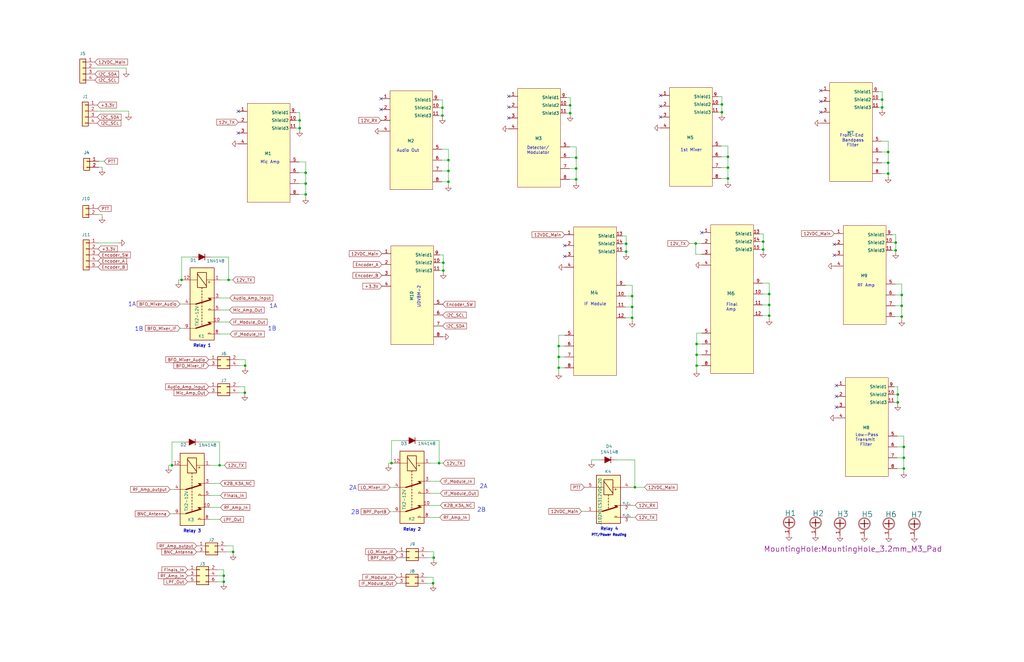
<source format=kicad_sch>
(kicad_sch (version 20211123) (generator eeschema)
  (paper "USLedger")
  (title_block (title "20-Meter Pssst Transceiver Motherboard") (date "2022-12-18") (comment 1 "Original design by Pete Juliano, N6QW"))
  (junction (at 264.033 102.87))
  (junction (at 321.818 105.283))
  (junction (at 94.361 242.951))
  (junction (at 266.573 124.968))
  (junction (at 128.905 77.47))
  (junction (at 324.358 128.651))
  (junction (at 72.517 196.342))
  (junction (at 371.983 42.037))
  (junction (at 306.959 75.311))
  (junction (at 235.585 155.194))
  (junction (at 377.698 105.664))
  (junction (at 186.563 45.466))
  (junction (at 76.581 118.11))
  (junction (at 306.959 66.167))
  (junction (at 128.905 72.898))
  (junction (at 377.698 102.362))
  (junction (at 186.944 110.871))
  (junction (at 378.587 166.497))
  (junction (at 103.251 165.735))
  (junction (at 321.818 101.981))
  (junction (at 293.751 149.733))
  (junction (at 240.411 44.45))
  (junction (at 235.585 150.622))
  (junction (at 324.358 133.223))
  (junction (at 94.361 245.491))
  (junction (at 186.944 114.173))
  (junction (at 264.033 106.172))
  (junction (at 266.573 134.112))
  (junction (at 189.103 76.708))
  (junction (at 374.523 68.707))
  (junction (at 380.238 133.604))
  (junction (at 381.127 197.739))
  (junction (at 240.411 47.752))
  (junction (at 182.626 246.126))
  (junction (at 293.751 145.161))
  (junction (at 381.127 188.595))
  (junction (at 185.166 195.453))
  (junction (at 371.983 45.339))
  (junction (at 381.127 193.167))
  (junction (at 186.563 48.768))
  (junction (at 304.419 47.371))
  (junction (at 189.103 72.136))
  (junction (at 165.1 195.453))
  (junction (at 242.951 66.548))
  (junction (at 126.365 54.102))
  (junction (at 92.583 196.342))
  (junction (at 380.238 129.032))
  (junction (at 374.523 64.135))
  (junction (at 189.103 67.564))
  (junction (at 266.573 129.54))
  (junction (at 378.587 169.799))
  (junction (at 242.951 71.12))
  (junction (at 242.951 75.692))
  (junction (at 293.751 154.305))
  (junction (at 380.238 124.46))
  (junction (at 126.365 50.8))
  (junction (at 304.419 44.069))
  (junction (at 306.959 70.739))
  (junction (at 235.585 146.05))
  (junction (at 98.298 232.918))
  (junction (at 182.88 235.331))
  (junction (at 293.37 102.743))
  (junction (at 96.393 118.11))
  (junction (at 267.716 205.613))
  (junction (at 374.523 73.279))
  (junction (at 324.358 124.079))
  (junction (at 103.378 154.305))
  (junction (at 128.905 82.042))
  (no_connect (at 351.79 107.696))
  (no_connect (at 351.79 103.124))
  (no_connect (at 346.075 38.227))
  (no_connect (at 346.075 47.371))
  (no_connect (at 346.075 42.799))
  (no_connect (at 278.511 40.259))
  (no_connect (at 278.511 44.831))
  (no_connect (at 278.511 49.403))
  (no_connect (at 214.503 40.64))
  (no_connect (at 214.503 45.212))
  (no_connect (at 214.503 49.784))
  (no_connect (at 295.91 98.171))
  (no_connect (at 238.125 103.632))
  (no_connect (at 238.125 108.204))
  (no_connect (at 100.457 56.134))
  (no_connect (at 100.457 46.99))
  (no_connect (at 352.679 171.831))
  (no_connect (at 352.679 162.687))
  (no_connect (at 352.679 167.259))
  (no_connect (at 160.655 41.656))
  (no_connect (at 160.655 46.228))
  (wire (pts (xy 169.926 185.928) (xy 165.1 185.928)))
  (wire (pts (xy 293.751 149.733) (xy 295.91 149.733)))
  (wire (pts (xy 238.887 41.148) (xy 240.411 41.148)))
  (wire (pts (xy 306.959 61.595) (xy 306.959 66.167)))
  (wire (pts (xy 378.587 163.195) (xy 378.587 166.497)))
  (wire (pts (xy 266.573 129.54) (xy 266.573 134.112)))
  (wire (pts (xy 94.361 242.951) (xy 94.361 245.491)))
  (wire (pts (xy 185.039 42.164) (xy 186.563 42.164)))
  (wire (pts (xy 185.42 110.871) (xy 186.944 110.871)))
  (wire (pts (xy 320.294 101.981) (xy 321.818 101.981)))
  (wire (pts (xy 185.166 195.453) (xy 186.817 195.453)))
  (wire (pts (xy 262.509 102.87) (xy 264.033 102.87)))
  (wire (pts (xy 189.103 67.564) (xy 189.103 72.136)))
  (wire (pts (xy 321.818 98.679) (xy 321.818 101.981)))
  (wire (pts (xy 103.251 165.735) (xy 103.251 166.497)))
  (wire (pts (xy 377.698 105.664) (xy 377.698 106.553)))
  (wire (pts (xy 235.585 146.05) (xy 238.125 146.05)))
  (wire (pts (xy 260.096 194.056) (xy 267.716 194.056)))
  (wire (pts (xy 72.517 196.342) (xy 71.12 196.342)))
  (wire (pts (xy 266.7 218.313) (xy 267.843 218.313)))
  (wire (pts (xy 182.88 232.791) (xy 182.88 235.331)))
  (wire (pts (xy 320.294 98.679) (xy 321.818 98.679)))
  (wire (pts (xy 321.564 128.651) (xy 324.358 128.651)))
  (wire (pts (xy 92.583 196.342) (xy 94.615 196.342)))
  (wire (pts (xy 377.698 102.362) (xy 377.698 105.664)))
  (wire (pts (xy 380.238 129.032) (xy 380.238 133.604)))
  (wire (pts (xy 238.887 47.752) (xy 240.411 47.752)))
  (wire (pts (xy 40.005 28.702) (xy 53.213 28.702)))
  (wire (pts (xy 94.361 245.491) (xy 94.361 246.253)))
  (wire (pts (xy 378.333 184.023) (xy 381.127 184.023)))
  (wire (pts (xy 242.951 71.12) (xy 242.951 75.692)))
  (wire (pts (xy 262.509 99.568) (xy 264.033 99.568)))
  (wire (pts (xy 186.563 48.768) (xy 186.563 49.657)))
  (wire (pts (xy 95.631 232.918) (xy 98.298 232.918)))
  (wire (pts (xy 377.063 163.195) (xy 378.587 163.195)))
  (wire (pts (xy 240.157 61.976) (xy 242.951 61.976)))
  (wire (pts (xy 377.698 99.06) (xy 377.698 102.362)))
  (wire (pts (xy 124.841 54.102) (xy 126.365 54.102)))
  (wire (pts (xy 185.42 114.173) (xy 186.944 114.173)))
  (wire (pts (xy 186.563 45.466) (xy 186.563 48.768)))
  (wire (pts (xy 177.546 185.928) (xy 185.166 185.928)))
  (wire (pts (xy 98.298 232.918) (xy 98.298 233.807)))
  (wire (pts (xy 381.127 193.167) (xy 381.127 197.739)))
  (wire (pts (xy 186.944 107.569) (xy 186.944 110.871)))
  (wire (pts (xy 377.444 124.46) (xy 380.238 124.46)))
  (wire (pts (xy 263.779 134.112) (xy 266.573 134.112)))
  (wire (pts (xy 180.086 246.126) (xy 182.626 246.126)))
  (wire (pts (xy 185.166 185.928) (xy 185.166 195.453)))
  (wire (pts (xy 77.216 186.563) (xy 72.517 186.563)))
  (wire (pts (xy 267.716 194.056) (xy 267.716 205.613)))
  (wire (pts (xy 304.419 40.767) (xy 304.419 44.069)))
  (wire (pts (xy 126.365 54.102) (xy 126.365 54.991)))
  (wire (pts (xy 377.444 119.888) (xy 380.238 119.888)))
  (wire (pts (xy 235.585 150.622) (xy 235.585 155.194)))
  (wire (pts (xy 377.444 129.032) (xy 380.238 129.032)))
  (wire (pts (xy 41.656 68.072) (xy 43.942 68.072)))
  (wire (pts (xy 91.821 240.411) (xy 94.361 240.411)))
  (wire (pts (xy 181.356 203.073) (xy 185.547 203.073)))
  (wire (pts (xy 126.111 72.898) (xy 128.905 72.898)))
  (wire (pts (xy 240.411 47.752) (xy 240.411 48.641)))
  (wire (pts (xy 165.1 195.453) (xy 163.83 195.453)))
  (wire (pts (xy 304.165 70.739) (xy 306.959 70.739)))
  (wire (pts (xy 128.905 68.326) (xy 128.905 72.898)))
  (wire (pts (xy 290.703 102.743) (xy 293.37 102.743)))
  (wire (pts (xy 100.711 163.195) (xy 103.251 163.195)))
  (wire (pts (xy 306.959 66.167) (xy 306.959 70.739)))
  (wire (pts (xy 180.213 235.331) (xy 182.88 235.331)))
  (wire (pts (xy 75.311 118.11) (xy 76.581 118.11)))
  (wire (pts (xy 302.895 44.069) (xy 304.419 44.069)))
  (wire (pts (xy 126.111 77.47) (xy 128.905 77.47)))
  (wire (pts (xy 164.465 205.613) (xy 165.989 205.613)))
  (wire (pts (xy 381.127 197.739) (xy 381.127 199.136)))
  (wire (pts (xy 324.358 124.079) (xy 324.358 128.651)))
  (wire (pts (xy 88.646 203.962) (xy 92.837 203.962)))
  (wire (pts (xy 304.165 61.595) (xy 306.959 61.595)))
  (wire (pts (xy 189.103 72.136) (xy 189.103 76.708)))
  (wire (pts (xy 242.951 61.976) (xy 242.951 66.548)))
  (wire (pts (xy 321.564 119.507) (xy 324.358 119.507)))
  (wire (pts (xy 180.086 243.586) (xy 182.626 243.586)))
  (wire (pts (xy 370.459 45.339) (xy 371.983 45.339)))
  (wire (pts (xy 380.238 133.604) (xy 380.238 135.001)))
  (wire (pts (xy 103.251 163.195) (xy 103.251 165.735)))
  (wire (pts (xy 88.9 108.458) (xy 96.393 108.458)))
  (wire (pts (xy 306.959 75.311) (xy 306.959 76.708)))
  (wire (pts (xy 235.585 155.194) (xy 238.125 155.194)))
  (wire (pts (xy 91.821 242.951) (xy 94.361 242.951)))
  (wire (pts (xy 92.837 130.81) (xy 96.774 130.81)))
  (wire (pts (xy 71.12 196.342) (xy 71.12 197.104)))
  (wire (pts (xy 189.103 76.708) (xy 189.103 78.105)))
  (wire (pts (xy 103.378 151.765) (xy 103.378 154.305)))
  (wire (pts (xy 321.564 124.079) (xy 324.358 124.079)))
  (wire (pts (xy 378.587 169.799) (xy 378.587 170.688)))
  (wire (pts (xy 374.523 73.279) (xy 374.523 74.676)))
  (wire (pts (xy 95.631 230.378) (xy 98.298 230.378)))
  (wire (pts (xy 189.103 62.992) (xy 189.103 67.564)))
  (wire (pts (xy 72.517 186.563) (xy 72.517 196.342)))
  (wire (pts (xy 378.333 193.167) (xy 381.127 193.167)))
  (wire (pts (xy 376.174 99.06) (xy 377.698 99.06)))
  (wire (pts (xy 376.174 105.664) (xy 377.698 105.664)))
  (wire (pts (xy 377.063 169.799) (xy 378.587 169.799)))
  (wire (pts (xy 41.275 90.551) (xy 43.053 90.551)))
  (wire (pts (xy 371.729 68.707) (xy 374.523 68.707)))
  (wire (pts (xy 370.459 38.735) (xy 371.983 38.735)))
  (wire (pts (xy 370.459 42.037) (xy 371.983 42.037)))
  (wire (pts (xy 180.213 232.791) (xy 182.88 232.791)))
  (wire (pts (xy 91.821 245.491) (xy 94.361 245.491)))
  (wire (pts (xy 320.294 105.283) (xy 321.818 105.283)))
  (wire (pts (xy 186.309 72.136) (xy 189.103 72.136)))
  (wire (pts (xy 249.428 194.056) (xy 249.428 194.818)))
  (wire (pts (xy 75.946 138.557) (xy 77.47 138.557)))
  (wire (pts (xy 264.033 102.87) (xy 264.033 106.172)))
  (wire (pts (xy 266.573 120.396) (xy 266.573 124.968)))
  (wire (pts (xy 235.585 141.478) (xy 235.585 146.05)))
  (wire (pts (xy 302.895 40.767) (xy 304.419 40.767)))
  (wire (pts (xy 163.83 195.453) (xy 163.83 196.215)))
  (wire (pts (xy 92.71 140.97) (xy 97.028 140.97)))
  (wire (pts (xy 321.818 105.283) (xy 321.818 106.172)))
  (wire (pts (xy 376.174 102.362) (xy 377.698 102.362)))
  (wire (pts (xy 75.311 118.11) (xy 75.311 118.872)))
  (wire (pts (xy 240.411 41.148) (xy 240.411 44.45)))
  (wire (pts (xy 103.378 154.305) (xy 103.378 155.194)))
  (wire (pts (xy 249.428 194.056) (xy 252.476 194.056)))
  (wire (pts (xy 293.37 102.743) (xy 295.91 102.743)))
  (wire (pts (xy 81.28 108.458) (xy 76.581 108.458)))
  (wire (pts (xy 92.837 125.73) (xy 96.901 125.73)))
  (wire (pts (xy 88.519 214.122) (xy 92.964 214.122)))
  (wire (pts (xy 181.229 218.313) (xy 185.42 218.313)))
  (wire (pts (xy 238.125 141.478) (xy 235.585 141.478)))
  (wire (pts (xy 293.751 149.733) (xy 293.751 154.305)))
  (wire (pts (xy 264.033 106.172) (xy 264.033 107.061)))
  (wire (pts (xy 235.585 150.622) (xy 238.125 150.622)))
  (wire (pts (xy 73.279 196.342) (xy 72.517 196.342)))
  (wire (pts (xy 324.358 133.223) (xy 324.358 134.62)))
  (wire (pts (xy 126.365 50.8) (xy 126.365 54.102)))
  (wire (pts (xy 100.711 154.305) (xy 103.378 154.305)))
  (wire (pts (xy 380.238 124.46) (xy 380.238 129.032)))
  (wire (pts (xy 185.039 45.466) (xy 186.563 45.466)))
  (wire (pts (xy 293.751 154.305) (xy 295.91 154.305)))
  (wire (pts (xy 242.951 75.692) (xy 242.951 77.089)))
  (wire (pts (xy 182.626 246.126) (xy 182.626 246.888)))
  (wire (pts (xy 41.021 46.863) (xy 54.229 46.863)))
  (wire (pts (xy 182.88 235.331) (xy 182.88 236.22)))
  (wire (pts (xy 371.729 73.279) (xy 374.523 73.279)))
  (wire (pts (xy 377.063 166.497) (xy 378.587 166.497)))
  (wire (pts (xy 54.229 46.863) (xy 54.229 48.133)))
  (wire (pts (xy 293.37 107.315) (xy 293.37 102.743)))
  (wire (pts (xy 304.419 44.069) (xy 304.419 47.371)))
  (wire (pts (xy 295.91 107.315) (xy 293.37 107.315)))
  (wire (pts (xy 381.127 188.595) (xy 381.127 193.167)))
  (wire (pts (xy 76.581 108.458) (xy 76.581 118.11)))
  (wire (pts (xy 240.157 75.692) (xy 242.951 75.692)))
  (wire (pts (xy 96.393 108.458) (xy 96.393 118.11)))
  (wire (pts (xy 374.523 68.707) (xy 374.523 73.279)))
  (wire (pts (xy 94.361 240.411) (xy 94.361 242.951)))
  (wire (pts (xy 185.039 48.768) (xy 186.563 48.768)))
  (wire (pts (xy 371.983 42.037) (xy 371.983 45.339)))
  (wire (pts (xy 96.393 118.11) (xy 98.171 118.11)))
  (wire (pts (xy 185.42 107.569) (xy 186.944 107.569)))
  (wire (pts (xy 371.729 64.135) (xy 374.523 64.135)))
  (wire (pts (xy 324.358 128.651) (xy 324.358 133.223)))
  (wire (pts (xy 181.356 208.153) (xy 185.674 208.153)))
  (wire (pts (xy 293.751 154.305) (xy 293.751 156.464)))
  (wire (pts (xy 267.716 205.613) (xy 271.78 205.613)))
  (wire (pts (xy 245.237 215.773) (xy 246.38 215.773)))
  (wire (pts (xy 126.111 82.042) (xy 128.905 82.042)))
  (wire (pts (xy 186.944 114.173) (xy 186.944 115.062)))
  (wire (pts (xy 128.905 82.042) (xy 128.905 83.439)))
  (wire (pts (xy 374.523 59.563) (xy 374.523 64.135)))
  (wire (pts (xy 381.127 184.023) (xy 381.127 188.595)))
  (wire (pts (xy 378.333 188.595) (xy 381.127 188.595)))
  (wire (pts (xy 371.729 59.563) (xy 374.523 59.563)))
  (wire (pts (xy 128.905 77.47) (xy 128.905 82.042)))
  (wire (pts (xy 181.229 213.233) (xy 185.674 213.233)))
  (wire (pts (xy 88.519 219.202) (xy 92.71 219.202)))
  (wire (pts (xy 126.111 68.326) (xy 128.905 68.326)))
  (wire (pts (xy 295.91 140.589) (xy 293.751 140.589)))
  (wire (pts (xy 263.779 129.54) (xy 266.573 129.54)))
  (wire (pts (xy 186.563 42.164) (xy 186.563 45.466)))
  (wire (pts (xy 242.951 66.548) (xy 242.951 71.12)))
  (wire (pts (xy 43.053 90.551) (xy 43.053 91.567)))
  (wire (pts (xy 186.309 76.708) (xy 189.103 76.708)))
  (wire (pts (xy 92.583 186.563) (xy 92.583 196.342)))
  (wire (pts (xy 84.836 186.563) (xy 92.583 186.563)))
  (wire (pts (xy 240.411 44.45) (xy 240.411 47.752)))
  (wire (pts (xy 371.983 38.735) (xy 371.983 42.037)))
  (wire (pts (xy 377.444 133.604) (xy 380.238 133.604)))
  (wire (pts (xy 235.585 146.05) (xy 235.585 150.622)))
  (wire (pts (xy 293.751 140.589) (xy 293.751 145.161)))
  (wire (pts (xy 53.213 28.702) (xy 53.213 29.972)))
  (wire (pts (xy 321.564 133.223) (xy 324.358 133.223)))
  (wire (pts (xy 71.755 216.789) (xy 73.279 216.789)))
  (wire (pts (xy 266.573 124.968) (xy 266.573 129.54)))
  (wire (pts (xy 324.358 119.507) (xy 324.358 124.079)))
  (wire (pts (xy 126.365 47.498) (xy 126.365 50.8)))
  (wire (pts (xy 266.573 134.112) (xy 266.573 135.509)))
  (wire (pts (xy 182.626 243.586) (xy 182.626 246.126)))
  (wire (pts (xy 235.585 155.194) (xy 235.585 157.353)))
  (wire (pts (xy 186.309 67.564) (xy 189.103 67.564)))
  (wire (pts (xy 165.989 195.453) (xy 165.1 195.453)))
  (wire (pts (xy 264.033 99.568) (xy 264.033 102.87)))
  (wire (pts (xy 98.298 230.378) (xy 98.298 232.918)))
  (wire (pts (xy 71.755 206.502) (xy 73.279 206.502)))
  (wire (pts (xy 100.711 165.735) (xy 103.251 165.735)))
  (wire (pts (xy 186.309 62.992) (xy 189.103 62.992)))
  (wire (pts (xy 304.419 47.371) (xy 304.419 48.26)))
  (wire (pts (xy 240.157 71.12) (xy 242.951 71.12)))
  (wire (pts (xy 186.944 110.871) (xy 186.944 114.173)))
  (wire (pts (xy 293.751 145.161) (xy 295.91 145.161)))
  (wire (pts (xy 302.895 47.371) (xy 304.419 47.371)))
  (wire (pts (xy 374.523 64.135) (xy 374.523 68.707)))
  (wire (pts (xy 76.581 118.11) (xy 77.47 118.11)))
  (wire (pts (xy 181.356 195.453) (xy 185.166 195.453)))
  (wire (pts (xy 88.646 209.042) (xy 92.964 209.042)))
  (wire (pts (xy 92.837 118.11) (xy 96.393 118.11)))
  (wire (pts (xy 124.841 47.498) (xy 126.365 47.498)))
  (wire (pts (xy 306.959 70.739) (xy 306.959 75.311)))
  (wire (pts (xy 263.779 120.396) (xy 266.573 120.396)))
  (wire (pts (xy 164.465 215.9) (xy 165.989 215.9)))
  (wire (pts (xy 266.7 205.613) (xy 267.716 205.613)))
  (wire (pts (xy 43.053 70.612) (xy 43.053 71.374)))
  (wire (pts (xy 92.71 135.89) (xy 96.774 135.89)))
  (wire (pts (xy 371.983 45.339) (xy 371.983 46.228)))
  (wire (pts (xy 263.779 124.968) (xy 266.573 124.968)))
  (wire (pts (xy 266.7 213.233) (xy 267.843 213.233)))
  (wire (pts (xy 378.333 197.739) (xy 381.127 197.739)))
  (wire (pts (xy 165.1 185.928) (xy 165.1 195.453)))
  (wire (pts (xy 293.751 145.161) (xy 293.751 149.733)))
  (wire (pts (xy 380.238 119.888) (xy 380.238 124.46)))
  (wire (pts (xy 240.157 66.548) (xy 242.951 66.548)))
  (wire (pts (xy 124.841 50.8) (xy 126.365 50.8)))
  (wire (pts (xy 41.402 102.489) (xy 50.038 102.489)))
  (wire (pts (xy 304.165 66.167) (xy 306.959 66.167)))
  (wire (pts (xy 238.887 44.45) (xy 240.411 44.45)))
  (wire (pts (xy 41.656 70.612) (xy 43.053 70.612)))
  (wire (pts (xy 262.509 106.172) (xy 264.033 106.172)))
  (wire (pts (xy 304.165 75.311) (xy 306.959 75.311)))
  (wire (pts (xy 75.946 128.27) (xy 77.47 128.27)))
  (wire (pts (xy 100.711 151.765) (xy 103.378 151.765)))
  (wire (pts (xy 128.905 72.898) (xy 128.905 77.47)))
  (wire (pts (xy 321.818 101.981) (xy 321.818 105.283)))
  (wire (pts (xy 378.587 166.497) (xy 378.587 169.799)))
  (wire (pts (xy 88.646 196.342) (xy 92.583 196.342)))
  (text "1B" (at 56.769 139.954 0) (effects (font (size 1.778 1.778)) (justify left bottom)))
  (text "Relay 3" (at 77.216 224.917 0) (effects (font (size 1.27 1.27) (thickness 0.254) bold) (justify left bottom)))
  (text "1B" (at 112.903 139.827 0) (effects (font (size 1.778 1.778)) (justify left bottom)))
  (text "2B" (at 201.168 216.281 0) (effects (font (size 1.778 1.778)) (justify left bottom)))
  (text "1st Mixer" (at 286.893 64.135 0) (effects (font (size 1.27 1.27)) (justify left bottom)))
  (text "2A" (at 202.184 206.375 0) (effects (font (size 1.778 1.778)) (justify left bottom)))
  (text "Front-End\n Bandpass\n   Filter" (at 354.076 62.103 0) (effects (font (size 1.27 1.27)) (justify left bottom)))
  (text "Audio Out" (at 167.259 64.389 0) (effects (font (size 1.27 1.27)) (justify left bottom)))
  (text "Relay 1" (at 81.407 146.685 0) (effects (font (size 1.27 1.27) (thickness 0.254) bold) (justify left bottom)))
  (text "PTT/Power Routing" (at 249.301 226.441 0) (effects (font (size 1.016 1.016) (thickness 0.254) bold) (justify left bottom)))
  (text "2B" (at 147.955 217.297 0) (effects (font (size 1.778 1.778)) (justify left bottom)))
  (text "Final\nAmp" (at 306.197 131.445 0) (effects (font (size 1.27 1.27)) (justify left bottom)))
  (text "Mic Amp" (at 109.728 69.215 0) (effects (font (size 1.27 1.27)) (justify left bottom)))
  (text "2A" (at 147.066 207.01 0) (effects (font (size 1.778 1.778)) (justify left bottom)))
  (text "Detector/\nModulator" (at 222.123 65.278 0) (effects (font (size 1.27 1.27)) (justify left bottom)))
  (text "UDVBM-2" (at 177.419 120.523 270) (effects (font (size 1.27 1.27)) (justify right bottom)))
  (text "RF Amp" (at 361.442 121.285 0) (effects (font (size 1.27 1.27)) (justify left bottom)))
  (text "Relay 4" (at 253.111 224.028 0) (effects (font (size 1.27 1.27) (thickness 0.254) bold) (justify left bottom)))
  (text "IF Module" (at 246.253 129.159 0) (effects (font (size 1.27 1.27)) (justify left bottom)))
  (text "Low-Pass\nTransmit\n  Filter" (at 360.68 188.468 0) (effects (font (size 1.27 1.27)) (justify left bottom)))
  (text "1A" (at 53.975 129.54 0) (effects (font (size 1.778 1.778)) (justify left bottom)))
  (text "Relay 2" (at 169.926 224.282 0) (effects (font (size 1.27 1.27) (thickness 0.254) bold) (justify left bottom)))
  (text "1A" (at 113.538 130.302 0) (effects (font (size 1.778 1.778)) (justify left bottom)))
  (global_label "RF_Amp_output" (shape input) (at 82.931 230.378 180) (property "Intersheet References" "${INTERSHEET_REFS}" (effects hide)))
  (global_label "BNC_Antenna" (shape input) (at 71.755 216.789 180) (property "Intersheet References" "${INTERSHEET_REFS}" (effects hide)))
  (global_label "PTT" (shape input) (at 43.942 68.072 0) (property "Intersheet References" "${INTERSHEET_REFS}" (effects hide)))
  (global_label "12V_TX" (shape input) (at 290.703 102.743 180) (property "Intersheet References" "${INTERSHEET_REFS}" (effects hide)))
  (global_label "Encoder_A" (shape input) (at 41.402 110.109 0) (property "Intersheet References" "${INTERSHEET_REFS}" (effects hide)))
  (global_label "+3.3V" (shape input) (at 161.036 120.777 180) (property "Intersheet References" "${INTERSHEET_REFS}" (effects hide)))
  (global_label "BFO_Mixer_IF" (shape input) (at 88.011 154.305 180) (property "Intersheet References" "${INTERSHEET_REFS}" (effects hide)))
  (global_label "PTT" (shape input) (at 41.275 88.011 0) (property "Intersheet References" "${INTERSHEET_REFS}" (effects hide)))
  (global_label "12VDC_Main" (shape input) (at 245.237 215.773 180) (property "Intersheet References" "${INTERSHEET_REFS}" (effects hide)))
  (global_label "12VDC_Main" (shape input) (at 40.005 26.162 0) (property "Intersheet References" "${INTERSHEET_REFS}" (effects hide)))
  (global_label "I2C_SDA" (shape input) (at 41.021 49.403 0) (property "Intersheet References" "${INTERSHEET_REFS}" (effects hide)))
  (global_label "LO_Mixer_IF" (shape input) (at 164.465 205.613 180) (property "Intersheet References" "${INTERSHEET_REFS}" (effects hide)))
  (global_label "IF_Module_In" (shape input) (at 167.386 243.586 180) (property "Intersheet References" "${INTERSHEET_REFS}" (effects hide)))
  (global_label "RF_Amp_In" (shape input) (at 92.964 214.122 0) (property "Intersheet References" "${INTERSHEET_REFS}" (effects hide)))
  (global_label "12V_TX" (shape input) (at 98.171 118.11 0) (property "Intersheet References" "${INTERSHEET_REFS}" (effects hide)))
  (global_label "12V_RX" (shape input) (at 160.655 50.8 180) (property "Intersheet References" "${INTERSHEET_REFS}" (effects hide)))
  (global_label "K2B_K3A_NC" (shape input) (at 185.674 213.233 0) (property "Intersheet References" "${INTERSHEET_REFS}" (effects hide)))
  (global_label "RF_Amp_In" (shape input) (at 79.121 242.951 180) (property "Intersheet References" "${INTERSHEET_REFS}" (effects hide)))
  (global_label "12VDC_Main" (shape input) (at 271.78 205.613 0) (property "Intersheet References" "${INTERSHEET_REFS}" (effects hide)))
  (global_label "BPF_PortB" (shape input) (at 167.513 235.331 180) (property "Intersheet References" "${INTERSHEET_REFS}" (effects hide)))
  (global_label "+3.3V" (shape input) (at 41.021 44.323 0) (property "Intersheet References" "${INTERSHEET_REFS}" (effects hide)))
  (global_label "BNC_Antenna" (shape input) (at 82.931 232.918 180) (property "Intersheet References" "${INTERSHEET_REFS}" (effects hide)))
  (global_label "12VDC_Main" (shape input) (at 238.125 99.06 180) (property "Intersheet References" "${INTERSHEET_REFS}" (effects hide)))
  (global_label "Audio_Amp_input" (shape input) (at 96.901 125.73 0) (property "Intersheet References" "${INTERSHEET_REFS}" (effects hide)))
  (global_label "Encoder_SW" (shape input) (at 186.69 128.397 0) (property "Intersheet References" "${INTERSHEET_REFS}" (effects hide)))
  (global_label "Finals_In" (shape input) (at 79.121 240.411 180) (property "Intersheet References" "${INTERSHEET_REFS}" (effects hide)))
  (global_label "Finals_In" (shape input) (at 92.964 209.042 0) (property "Intersheet References" "${INTERSHEET_REFS}" (effects hide)))
  (global_label "BFO_Mixer_Audio" (shape input) (at 88.011 151.765 180) (property "Intersheet References" "${INTERSHEET_REFS}" (effects hide)))
  (global_label "RF_Amp_In" (shape input) (at 185.42 218.313 0) (property "Intersheet References" "${INTERSHEET_REFS}" (effects hide)))
  (global_label "Mic_Amp_Out" (shape input) (at 96.774 130.81 0) (property "Intersheet References" "${INTERSHEET_REFS}" (effects hide)))
  (global_label "I2C_SDA" (shape input) (at 40.005 31.242 0) (property "Intersheet References" "${INTERSHEET_REFS}" (effects hide)))
  (global_label "I2C_SCL" (shape input) (at 186.69 132.969 0) (property "Intersheet References" "${INTERSHEET_REFS}" (effects hide)))
  (global_label "I2C_SDA" (shape input) (at 186.69 137.541 0) (property "Intersheet References" "${INTERSHEET_REFS}" (effects hide)))
  (global_label "12V_RX" (shape input) (at 267.843 213.233 0) (property "Intersheet References" "${INTERSHEET_REFS}" (effects hide)))
  (global_label "Encoder_A" (shape input) (at 161.036 111.633 180) (property "Intersheet References" "${INTERSHEET_REFS}" (effects hide)))
  (global_label "K2B_K3A_NC" (shape input) (at 92.837 203.962 0) (property "Intersheet References" "${INTERSHEET_REFS}" (effects hide)))
  (global_label "+3.3V" (shape input) (at 41.402 105.029 0) (property "Intersheet References" "${INTERSHEET_REFS}" (effects hide)))
  (global_label "Encoder_B" (shape input) (at 161.036 116.205 180) (property "Intersheet References" "${INTERSHEET_REFS}" (effects hide)))
  (global_label "BPF_PortB" (shape input) (at 164.465 215.9 180) (property "Intersheet References" "${INTERSHEET_REFS}" (effects hide)))
  (global_label "12VDC_Main" (shape input) (at 351.79 98.552 180) (property "Intersheet References" "${INTERSHEET_REFS}" (effects hide)))
  (global_label "Encoder_B" (shape input) (at 41.402 112.649 0) (property "Intersheet References" "${INTERSHEET_REFS}" (effects hide)))
  (global_label "IF_Module_In" (shape input) (at 97.028 140.97 0) (property "Intersheet References" "${INTERSHEET_REFS}" (effects hide)))
  (global_label "IF_Module_Out" (shape input) (at 167.386 246.126 180) (property "Intersheet References" "${INTERSHEET_REFS}" (effects hide)))
  (global_label "Mic_Amp_Out" (shape input) (at 88.011 165.735 180) (property "Intersheet References" "${INTERSHEET_REFS}" (effects hide)))
  (global_label "RF_Amp_output" (shape input) (at 71.755 206.502 180) (property "Intersheet References" "${INTERSHEET_REFS}" (effects hide)))
  (global_label "Encoder_SW" (shape input) (at 41.402 107.569 0) (property "Intersheet References" "${INTERSHEET_REFS}" (effects hide)))
  (global_label "LO_Mixer_IF" (shape input) (at 167.513 232.791 180) (property "Intersheet References" "${INTERSHEET_REFS}" (effects hide)))
  (global_label "IF_Module_In" (shape input) (at 185.547 203.073 0) (property "Intersheet References" "${INTERSHEET_REFS}" (effects hide)))
  (global_label "12V_TX" (shape input) (at 100.457 51.562 180) (property "Intersheet References" "${INTERSHEET_REFS}" (effects hide)))
  (global_label "I2C_SCL" (shape input) (at 41.021 51.943 0) (property "Intersheet References" "${INTERSHEET_REFS}" (effects hide)))
  (global_label "BFO_Mixer_Audio" (shape input) (at 75.946 128.27 180) (property "Intersheet References" "${INTERSHEET_REFS}" (effects hide)))
  (global_label "12V_TX" (shape input) (at 267.843 218.313 0) (property "Intersheet References" "${INTERSHEET_REFS}" (effects hide)))
  (global_label "IF_Module_Out" (shape input) (at 96.774 135.89 0) (property "Intersheet References" "${INTERSHEET_REFS}" (effects hide)))
  (global_label "LPF_Out" (shape input) (at 79.121 245.491 180) (property "Intersheet References" "${INTERSHEET_REFS}" (effects hide)))
  (global_label "Audio_Amp_input" (shape input) (at 88.011 163.195 180) (property "Intersheet References" "${INTERSHEET_REFS}" (effects hide)))
  (global_label "12V_TX" (shape input) (at 186.817 195.453 0) (property "Intersheet References" "${INTERSHEET_REFS}" (effects hide)))
  (global_label "PTT" (shape input) (at 246.38 205.613 180) (property "Intersheet References" "${INTERSHEET_REFS}" (effects hide)))
  (global_label "BFO_Mixer_IF" (shape input) (at 75.946 138.557 180) (property "Intersheet References" "${INTERSHEET_REFS}" (effects hide)))
  (global_label "IF_Module_Out" (shape input) (at 185.674 208.153 0) (property "Intersheet References" "${INTERSHEET_REFS}" (effects hide)))
  (global_label "LPF_Out" (shape input) (at 92.71 219.202 0) (property "Intersheet References" "${INTERSHEET_REFS}" (effects hide)))
  (global_label "I2C_SCL" (shape input) (at 40.005 33.782 0) (property "Intersheet References" "${INTERSHEET_REFS}" (effects hide)))
  (global_label "12VDC_Main" (shape input) (at 161.036 107.061 180) (property "Intersheet References" "${INTERSHEET_REFS}" (effects hide)))
  (global_label "12V_TX" (shape input) (at 94.615 196.342 0) (property "Intersheet References" "${INTERSHEET_REFS}" (effects hide)))
  (symbol (lib_id "power:GND") (at 94.361 246.253 0) (unit 1)
    (property "Reference" "#PWR0123" (effects hide))
    (property "Value" "GND" (effects hide))
  )
  (symbol (lib_id "K7TFC_Connectors:Conn_01x02") (at 36.576 68.072 0) (mirror y) (unit 1)
    (property "Reference" "J4" (at 36.576 64.389 0))
    (property "Value" "Conn_01x02" (effects hide))
    (property "Footprint" "Connector_PinHeader_2.54mm:PinHeader_1x02_P2.54mm_Vertical" (effects hide))
  )
  (symbol (lib_id "K7TFC:StandardModule_2") (at 306.07 120.777 0) (unit 1)
    (property "Reference" "M6" (at 308.229 123.825 0) (effects (font (size 1.524 1.524))))
    (property "Value" "StandardModule_2" (effects hide))
    (property "Footprint" "K7TFC_Modules:K7TFC_CircuitBlock_Module2" (effects hide))
  )
  (symbol (lib_id "power:GND") (at 278.511 53.975 270) (unit 1)
    (property "Reference" "#PWR020" (effects hide))
    (property "Value" "GND" (effects hide))
  )
  (symbol (lib_id "K7TFC_Diodes:D") (at 173.736 185.928 180) (unit 1)
    (property "Reference" "D3" (at 170.307 187.198 0))
    (property "Value" "1N4148" (at 179.959 187.198 0))
    (property "Footprint" "Diode_THT:D_DO-35_SOD27_P7.62mm_Horizontal" (effects hide))
  )
  (symbol (lib_id "power:GND") (at 182.88 236.22 0) (unit 1)
    (property "Reference" "#PWR0126" (effects hide))
    (property "Value" "GND" (effects hide))
  )
  (symbol (lib_id "power:GND") (at 126.365 54.991 0) (unit 1)
    (property "Reference" "#PWR0141" (effects hide))
    (property "Value" "GND" (effects hide))
  )
  (symbol (lib_id "K7TFC:StandardModule_1") (at 170.815 64.262 0) (unit 1)
    (property "Reference" "M2" (at 173.228 59.436 0))
    (property "Value" "StandardModule_1" (effects hide))
    (property "Footprint" "K7TFC_Modules:K7TFC_CircuitBlock_Module1" (effects hide))
  )
  (symbol (lib_id "power:GND") (at 71.12 197.104 0) (unit 1)
    (property "Reference" "#PWR0102" (effects hide))
    (property "Value" "GND" (effects hide))
  )
  (symbol (lib_id "power:GND") (at 160.655 55.372 270) (unit 1)
    (property "Reference" "#PWR07" (effects hide))
    (property "Value" "GND" (effects hide))
  )
  (symbol (lib_id "power:GND") (at 380.238 135.001 0) (unit 1)
    (property "Reference" "#PWR0109" (effects hide))
    (property "Value" "GND" (effects hide))
  )
  (symbol (lib_id "power:GND") (at 100.457 60.706 270) (unit 1)
    (property "Reference" "#PWR02" (effects hide))
    (property "Value" "GND" (effects hide))
  )
  (symbol (lib_id "power:GND") (at 182.626 246.888 0) (unit 1)
    (property "Reference" "#PWR0125" (effects hide))
    (property "Value" "GND" (effects hide))
  )
  (symbol (lib_name "Mounting_Hole_4-40_5") (lib_id "K7TFC_Hardware:Mounting_Hole_4-40") (at 374.777 220.98 0) (unit 1)
    (property "Reference" "H6" (at 373.253 217.043 0) (effects (font (size 2.286 2.286)) (justify left)))
    (property "Value" "Mounting_Hole_4-40" (effects hide))
    (property "Footprint" "MountingHole:MountingHole_3.2mm_M3_Pad" (effects hide))
  )
  (symbol (lib_id "power:GND") (at 371.983 46.228 0) (unit 1)
    (property "Reference" "#PWR0140" (effects hide))
    (property "Value" "GND" (effects hide))
  )
  (symbol (lib_id "power:GND") (at 304.419 48.26 0) (unit 1)
    (property "Reference" "#PWR0137" (effects hide))
    (property "Value" "GND" (effects hide))
  )
  (symbol (lib_id "power:GND") (at 50.038 102.489 90) (unit 1)
    (property "Reference" "#PWR0111" (effects hide))
    (property "Value" "GND" (effects hide))
  )
  (symbol (lib_id "power:GND") (at 351.79 112.268 270) (unit 1)
    (property "Reference" "#PWR031" (effects hide))
    (property "Value" "GND" (effects hide))
  )
  (symbol (lib_id "power:GND") (at 43.053 91.567 0) (unit 1)
    (property "Reference" "#PWR0127" (effects hide))
    (property "Value" "GND" (effects hide))
  )
  (symbol (lib_id "K7TFC:TX2-12V") (at 82.296 131.191 0) (unit 1)
    (property "Reference" "K1" (at 84.963 141.859 0))
    (property "Value" "TX2-12V" (at 83.058 133.35 90))
    (property "Footprint" "K7TFC:RELAY_TX2_PAN" (effects hide))
  )
  (symbol (lib_id "power:GND") (at 103.251 166.497 0) (unit 1)
    (property "Reference" "#PWR0121" (effects hide))
    (property "Value" "GND" (effects hide))
  )
  (symbol (lib_id "K7TFC_Connectors:Conn_01x02") (at 36.195 88.011 0) (mirror y) (unit 1)
    (property "Reference" "J10" (at 36.195 83.82 0))
    (property "Value" "Conn_01x02" (effects hide))
    (property "Footprint" "Connector_PinHeader_2.54mm:PinHeader_1x02_P2.54mm_Vertical" (effects hide))
  )
  (symbol (lib_name "Mounting_Hole_4-40_6") (lib_id "K7TFC_Hardware:Mounting_Hole_4-40") (at 385.572 221.107 0) (unit 1)
    (property "Reference" "H7" (at 384.048 217.17 0) (effects (font (size 2.286 2.286)) (justify left)))
    (property "Value" "Mounting_Hole_4-40" (effects hide))
    (property "Footprint" "MountingHole:MountingHole_3.2mm_M3_Pad" (effects hide))
  )
  (symbol (lib_id "power:GND") (at 374.523 74.676 0) (unit 1)
    (property "Reference" "#PWR0106" (effects hide))
    (property "Value" "GND" (effects hide))
  )
  (symbol (lib_id "power:GND") (at 321.818 106.172 0) (unit 1)
    (property "Reference" "#PWR0139" (effects hide))
    (property "Value" "GND" (effects hide))
  )
  (symbol (lib_id "K7TFC_Diodes:D") (at 85.09 108.458 180) (unit 1)
    (property "Reference" "D1" (at 81.534 109.855 0))
    (property "Value" "1N4148" (at 90.932 110.109 0))
    (property "Footprint" "Diode_THT:D_DO-35_SOD27_P7.62mm_Horizontal" (effects hide))
  )
  (symbol (lib_id "power:GND") (at 385.572 226.187 0) (unit 1)
    (property "Reference" "#PWR0130" (effects hide))
    (property "Value" "GND" (effects hide))
  )
  (symbol (lib_id "Connector_Generic:Conn_02x02_Odd_Even") (at 93.091 151.765 0) (unit 1)
    (property "Reference" "J6" (at 94.361 149.225 0))
    (property "Value" "Conn_02x02_Odd_Even" (effects hide))
    (property "Footprint" "K7TFC:RG274_2x2_HS" (effects hide))
  )
  (symbol (lib_name "Mounting_Hole_4-40_2") (lib_id "K7TFC_Hardware:Mounting_Hole_4-40") (at 354.203 220.853 0) (unit 1)
    (property "Reference" "H3" (at 352.933 216.916 0) (effects (font (size 2.286 2.286)) (justify left)))
    (property "Value" "Mounting_Hole_4-40" (effects hide))
    (property "Footprint" "MountingHole:MountingHole_3.2mm_M3_Pad" (effects hide))
  )
  (symbol (lib_id "Connector_Generic:Conn_02x02_Odd_Even") (at 172.466 243.586 0) (unit 1)
    (property "Reference" "J8" (at 173.736 241.046 0))
    (property "Value" "Conn_02x02_Odd_Even" (effects hide))
    (property "Footprint" "K7TFC:RG274_2x2_HS" (effects hide))
  )
  (symbol (lib_id "Connector_Generic:Conn_02x02_Odd_Even") (at 88.011 230.378 0) (unit 1)
    (property "Reference" "J2" (at 89.154 227.838 0))
    (property "Value" "Conn_02x02_Odd_Even" (effects hide))
    (property "Footprint" "K7TFC:RG274_2x2_HS" (effects hide))
  )
  (symbol (lib_name "StandardModule_1_5") (lib_id "K7TFC:StandardModule_1") (at 362.839 185.293 0) (unit 1)
    (property "Reference" "M8" (at 365.252 180.467 0))
    (property "Value" "StandardModule_1" (effects hide))
    (property "Footprint" "K7TFC_Modules:K7TFC_CircuitBlock_Module1" (effects hide))
  )
  (symbol (lib_id "power:GND") (at 293.751 156.464 0) (unit 1)
    (property "Reference" "#PWR022" (effects hide))
    (property "Value" "GND" (effects hide))
  )
  (symbol (lib_name "Mounting_Hole_4-40_3") (lib_id "K7TFC_Hardware:Mounting_Hole_4-40") (at 343.916 220.599 0) (unit 1)
    (property "Reference" "H2" (at 342.519 216.662 0) (effects (font (size 2.286 2.286)) (justify left)))
    (property "Value" "Mounting_Hole_4-40" (effects hide))
    (property "Footprint" "MountingHole:MountingHole_3.2mm_M3_Pad" (effects hide))
  )
  (symbol (lib_id "Connector_Generic:Conn_01x04") (at 35.941 46.863 0) (mirror y) (unit 1)
    (property "Reference" "J1" (at 35.941 40.767 0))
    (property "Value" "Conn_01x04" (effects hide))
    (property "Footprint" "Connector_PinHeader_2.54mm:PinHeader_1x04_P2.54mm_Vertical" (effects hide))
  )
  (symbol (lib_id "power:GND") (at 332.74 225.552 0) (unit 1)
    (property "Reference" "#PWR0118" (effects hide))
    (property "Value" "GND" (effects hide))
  )
  (symbol (lib_id "K7TFC_Diodes:D") (at 256.286 194.056 180) (unit 1)
    (property "Reference" "D4" (at 256.794 188.341 0))
    (property "Value" "1N4148" (at 256.921 190.754 0))
    (property "Footprint" "Diode_THT:D_DO-35_SOD27_P7.62mm_Horizontal" (effects hide))
  )
  (symbol (lib_id "K7TFC_Diodes:D") (at 81.026 186.563 180) (unit 1)
    (property "Reference" "D2" (at 77.343 187.706 0))
    (property "Value" "1N4148" (at 87.503 187.833 0))
    (property "Footprint" "Diode_THT:D_DO-35_SOD27_P7.62mm_Horizontal" (effects hide))
  )
  (symbol (lib_id "Connector_Generic:Conn_02x02_Odd_Even") (at 172.593 232.791 0) (unit 1)
    (property "Reference" "J9" (at 173.863 229.616 0))
    (property "Value" "Conn_02x02_Odd_Even" (effects hide))
    (property "Footprint" "K7TFC:RG274_2x2_HS" (effects hide))
  )
  (symbol (lib_name "Mounting_Hole_4-40_1") (lib_id "K7TFC_Hardware:Mounting_Hole_4-40") (at 332.74 220.472 0) (unit 1)
    (property "Reference" "H1" (at 330.835 216.535 0) (effects (font (size 2.286 2.286)) (justify left)))
    (property "Value" "Mounting_Hole_4-40" (effects hide))
    (property "Footprint" "MountingHole:MountingHole_3.2mm_M3_Pad" (at 359.664 231.648 0) (effects (font (size 2.286 2.286))))
  )
  (symbol (lib_id "Connector_Generic:Conn_01x04") (at 34.925 28.702 0) (mirror y) (unit 1)
    (property "Reference" "J5" (at 34.925 22.606 0))
    (property "Value" "Conn_01x04" (effects hide))
    (property "Footprint" "Connector_PinHeader_2.54mm:PinHeader_1x04_P2.54mm_Vertical" (effects hide))
  )
  (symbol (lib_id "power:GND") (at 306.959 76.708 0) (unit 1)
    (property "Reference" "#PWR0115" (effects hide))
    (property "Value" "GND" (effects hide))
  )
  (symbol (lib_id "power:GND") (at 343.916 225.679 0) (unit 1)
    (property "Reference" "#PWR0133" (effects hide))
    (property "Value" "GND" (effects hide))
  )
  (symbol (lib_id "power:GND") (at 346.075 51.943 270) (unit 1)
    (property "Reference" "#PWR0107" (effects hide))
    (property "Value" "GND" (effects hide))
  )
  (symbol (lib_id "power:GND") (at 377.698 106.553 0) (unit 1)
    (property "Reference" "#PWR0134" (effects hide))
    (property "Value" "GND" (effects hide))
  )
  (symbol (lib_id "power:GND") (at 249.428 194.818 0) (unit 1)
    (property "Reference" "#PWR0104" (effects hide))
    (property "Value" "GND" (effects hide))
  )
  (symbol (lib_name "TX2-12V_1") (lib_id "K7TFC:TX2-12V") (at 78.105 209.423 0) (unit 1)
    (property "Reference" "K3" (at 80.518 219.329 0))
    (property "Value" "TX2-12V" (at 78.613 211.455 90))
    (property "Footprint" "K7TFC:RELAY_TX2_PAN" (effects hide))
  )
  (symbol (lib_name "StandardModule_2_1") (lib_id "K7TFC:StandardModule_2") (at 248.285 121.666 0) (unit 1)
    (property "Reference" "M4" (at 250.571 123.571 0) (effects (font (size 1.524 1.524))))
    (property "Value" "StandardModule_2" (effects hide))
    (property "Footprint" "K7TFC_Modules:K7TFC_CircuitBlock_Module2" (effects hide))
  )
  (symbol (lib_id "power:GND") (at 266.573 135.509 0) (unit 1)
    (property "Reference" "#PWR0116" (effects hide))
    (property "Value" "GND" (effects hide))
  )
  (symbol (lib_id "power:GND") (at 378.587 170.688 0) (unit 1)
    (property "Reference" "#PWR0138" (effects hide))
    (property "Value" "GND" (effects hide))
  )
  (symbol (lib_id "power:GND") (at 75.311 118.872 0) (unit 1)
    (property "Reference" "#PWR0101" (effects hide))
    (property "Value" "GND" (effects hide))
  )
  (symbol (lib_name "TX2-12V_2") (lib_id "K7TFC:TX2-12V") (at 170.815 208.534 0) (unit 1)
    (property "Reference" "K2" (at 173.609 218.948 0))
    (property "Value" "TX2-12V" (at 170.434 210.82 90))
    (property "Footprint" "K7TFC:RELAY_TX2_PAN" (effects hide))
  )
  (symbol (lib_id "power:GND") (at 163.83 196.215 0) (unit 1)
    (property "Reference" "#PWR0103" (effects hide))
    (property "Value" "GND" (effects hide))
  )
  (symbol (lib_id "power:GND") (at 53.213 29.972 0) (unit 1)
    (property "Reference" "#PWR0108" (effects hide))
    (property "Value" "GND" (effects hide))
  )
  (symbol (lib_id "power:GND") (at 235.585 157.353 0) (unit 1)
    (property "Reference" "#PWR016" (effects hide))
    (property "Value" "GND" (effects hide))
  )
  (symbol (lib_id "power:GND") (at 295.91 111.887 270) (unit 1)
    (property "Reference" "#PWR024" (effects hide))
    (property "Value" "GND" (effects hide))
  )
  (symbol (lib_id "power:GND") (at 43.053 71.374 0) (unit 1)
    (property "Reference" "#PWR0114" (effects hide))
    (property "Value" "GND" (effects hide))
  )
  (symbol (lib_id "power:GND") (at 264.033 107.061 0) (unit 1)
    (property "Reference" "#PWR0135" (effects hide))
    (property "Value" "GND" (effects hide))
  )
  (symbol (lib_id "K7TFC:T81N5D312-12") (at 255.27 211.963 0) (unit 1)
    (property "Reference" "K4" (at 256.413 199.009 0))
    (property "Value" "J102K1CS312VDC.20" (at 252.984 211.709 90))
    (property "Footprint" "K7TFC:J102K-1C" (effects hide))
  )
  (symbol (lib_id "power:GND") (at 240.411 48.641 0) (unit 1)
    (property "Reference" "#PWR0136" (effects hide))
    (property "Value" "GND" (effects hide))
  )
  (symbol (lib_name "StandardModule_1_7") (lib_id "K7TFC:StandardModule_1") (at 171.196 129.667 0) (unit 1)
    (property "Reference" "M10" (at 173.609 124.841 90))
    (property "Value" "StandardModule_1" (effects hide))
    (property "Footprint" "K7TFC_Modules:K7TFC_CircuitBlock_Module1" (effects hide))
  )
  (symbol (lib_id "Connector_Generic:Conn_02x02_Odd_Even") (at 93.091 163.195 0) (unit 1)
    (property "Reference" "J7" (at 94.361 160.655 0))
    (property "Value" "Conn_02x02_Odd_Even" (effects hide))
    (property "Footprint" "K7TFC:RG274_2x2_HS" (effects hide))
  )
  (symbol (lib_id "power:GND") (at 354.203 225.933 0) (unit 1)
    (property "Reference" "#PWR0131" (effects hide))
    (property "Value" "GND" (effects hide))
  )
  (symbol (lib_id "power:GND") (at 128.905 83.439 0) (unit 1)
    (property "Reference" "#PWR05" (effects hide))
    (property "Value" "GND" (effects hide))
  )
  (symbol (lib_id "power:GND") (at 189.103 78.105 0) (unit 1)
    (property "Reference" "#PWR0117" (effects hide))
    (property "Value" "GND" (effects hide))
  )
  (symbol (lib_id "K7TFC_Connectors:Conn_02x03_Odd_Even") (at 84.201 242.951 0) (unit 1)
    (property "Reference" "J3" (at 85.344 237.998 0))
    (property "Value" "Conn_02x03_Odd_Even" (effects hide))
    (property "Footprint" "K7TFC:RG274_2x3_HS" (effects hide))
  )
  (symbol (lib_id "power:GND") (at 186.563 49.657 0) (unit 1)
    (property "Reference" "#PWR0142" (effects hide))
    (property "Value" "GND" (effects hide))
  )
  (symbol (lib_id "power:GND") (at 364.49 226.06 0) (unit 1)
    (property "Reference" "#PWR0128" (effects hide))
    (property "Value" "GND" (effects hide))
  )
  (symbol (lib_id "power:GND") (at 381.127 199.136 0) (unit 1)
    (property "Reference" "#PWR0110" (effects hide))
    (property "Value" "GND" (effects hide))
  )
  (symbol (lib_id "power:GND") (at 103.378 155.194 0) (unit 1)
    (property "Reference" "#PWR0120" (effects hide))
    (property "Value" "GND" (effects hide))
  )
  (symbol (lib_id "power:GND") (at 352.679 176.403 270) (mirror x) (unit 1)
    (property "Reference" "#PWR029" (effects hide))
    (property "Value" "GND" (effects hide))
  )
  (symbol (lib_id "power:GND") (at 186.944 115.062 0) (unit 1)
    (property "Reference" "#PWR0143" (effects hide))
    (property "Value" "GND" (effects hide))
  )
  (symbol (lib_name "StandardModule_1_4") (lib_id "K7TFC:StandardModule_1") (at 224.663 63.246 0) (unit 1)
    (property "Reference" "M3" (at 227.076 58.42 0))
    (property "Value" "StandardModule_1" (effects hide))
    (property "Footprint" "K7TFC_Modules:K7TFC_CircuitBlock_Half_Module1" (effects hide))
  )
  (symbol (lib_name "StandardModule_1_2") (lib_id "K7TFC:StandardModule_1") (at 356.235 60.833 0) (unit 1)
    (property "Reference" "M7" (at 358.648 56.007 0))
    (property "Value" "StandardModule_1" (effects hide))
    (property "Footprint" "K7TFC_Modules:K7TFC_CircuitBlock_Module1" (effects hide))
  )
  (symbol (lib_id "power:GND") (at 242.951 77.089 0) (unit 1)
    (property "Reference" "#PWR0105" (effects hide))
    (property "Value" "GND" (effects hide))
  )
  (symbol (lib_id "power:GND") (at 54.229 48.133 0) (unit 1)
    (property "Reference" "#PWR0124" (effects hide))
    (property "Value" "GND" (effects hide))
  )
  (symbol (lib_name "StandardModule_1_3") (lib_id "K7TFC:StandardModule_1") (at 288.671 62.865 0) (unit 1)
    (property "Reference" "M5" (at 291.084 58.039 0))
    (property "Value" "StandardModule_1" (effects hide))
    (property "Footprint" "K7TFC_Modules:K7TFC_CircuitBlock_Half_Module1" (effects hide))
  )
  (symbol (lib_id "K7TFC_Hardware:Mounting_Hole_4-40") (at 364.49 220.98 0) (unit 1)
    (property "Reference" "H5" (at 363.22 217.043 0) (effects (font (size 2.286 2.286)) (justify left)))
    (property "Value" "Mounting_Hole_4-40" (effects hide))
    (property "Footprint" "MountingHole:MountingHole_3.2mm_M3_Pad" (effects hide))
  )
  (symbol (lib_id "power:GND") (at 98.298 233.807 0) (unit 1)
    (property "Reference" "#PWR0122" (effects hide))
    (property "Value" "GND" (effects hide))
  )
  (symbol (lib_name "StandardModule_1_6") (lib_id "K7TFC:StandardModule_1") (at 110.617 69.596 0) (unit 1)
    (property "Reference" "M1" (at 113.03 64.77 0))
    (property "Value" "StandardModule_1" (effects hide))
    (property "Footprint" "K7TFC_Modules:K7TFC_CircuitBlock_Module1" (effects hide))
  )
  (symbol (lib_id "power:GND") (at 238.125 112.776 270) (unit 1)
    (property "Reference" "#PWR018" (effects hide))
    (property "Value" "GND" (effects hide))
  )
  (symbol (lib_id "Connector_Generic:Conn_01x05") (at 36.322 107.569 0) (mirror y) (unit 1)
    (property "Reference" "J11" (at 36.322 99.06 0))
    (property "Value" "Conn_01x05" (effects hide))
    (property "Footprint" "Connector_PinHeader_2.54mm:PinHeader_1x05_P2.54mm_Vertical" (effects hide))
  )
  (symbol (lib_id "power:GND") (at 374.777 226.06 0) (unit 1)
    (property "Reference" "#PWR0129" (effects hide))
    (property "Value" "GND" (effects hide))
  )
  (symbol (lib_name "StandardModule_1_1") (lib_id "K7TFC:StandardModule_1") (at 361.95 121.158 0) (unit 1)
    (property "Reference" "M9" (at 364.363 116.332 0))
    (property "Value" "StandardModule_1" (effects hide))
    (property "Footprint" "K7TFC_Modules:K7TFC_CircuitBlock_Module1" (effects hide))
  )
  (symbol (lib_id "power:GND") (at 324.358 134.62 0) (unit 1)
    (property "Reference" "#PWR0119" (effects hide))
    (property "Value" "GND" (effects hide))
  )
  (symbol (lib_id "power:GND") (at 186.69 142.113 90) (mirror x) (unit 1)
    (property "Reference" "#PWR0112" (effects hide))
    (property "Value" "GND" (effects hide))
  )
  (symbol (lib_id "power:GND") (at 214.503 54.356 270) (unit 1)
    (property "Reference" "#PWR012" (effects hide))
    (property "Value" "GND" (effects hide))
  )
)
</source>
